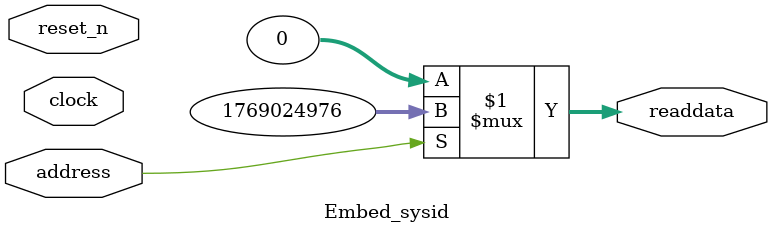
<source format=v>



// synthesis translate_off
`timescale 1ns / 1ps
// synthesis translate_on

// turn off superfluous verilog processor warnings 
// altera message_level Level1 
// altera message_off 10034 10035 10036 10037 10230 10240 10030 

module Embed_sysid (
               // inputs:
                address,
                clock,
                reset_n,

               // outputs:
                readdata
             )
;

  output  [ 31: 0] readdata;
  input            address;
  input            clock;
  input            reset_n;

  wire    [ 31: 0] readdata;
  //control_slave, which is an e_avalon_slave
  assign readdata = address ? 1769024976 : 0;

endmodule



</source>
